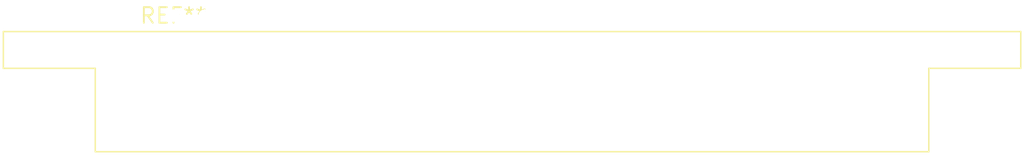
<source format=kicad_pcb>
(kicad_pcb (version 20240108) (generator pcbnew)
  (layers (0 "F.Cu" signal) (31 "B.Cu" signal) (34 "B.Paste" user) (35 "F.Paste" user) (36 "B.SilkS" user "B.Silkscreen") (37 "F.SilkS" user "F.Silkscreen") (38 "B.Mask" user) (39 "F.Mask" user) (44 "Edge.Cuts" user))
  (net 0 "")
  (footprint "Reverb_BTDR-1V" (layer "F.Cu") (at 0 0)
    (property "Reference" "REF**")
    (property "Value" "Reverb_BTDR-1V")
    (fp_line (start -13.88 1.3) (end 69.12 1.3) (layer "F.SilkS") (stroke (width 0.12)))
    (fp_line (start -13.88 4.3) (end -13.88 1.3) (layer "F.SilkS") (stroke (width 0.12)))
    (fp_line (start -6.38 4.3) (end -13.88 4.3) (layer "F.SilkS") (stroke (width 0.12)))
    (fp_line (start -6.38 11.1) (end -6.38 4.3) (layer "F.SilkS") (stroke (width 0.12)))
    (fp_line (start 61.62 4.3) (end 61.62 11.1) (layer "F.SilkS") (stroke (width 0.12)))
    (fp_line (start 61.62 11.1) (end -6.38 11.1) (layer "F.SilkS") (stroke (width 0.12)))
    (fp_line (start 69.12 1.3) (end 69.12 4.3) (layer "F.SilkS") (stroke (width 0.12)))
    (fp_line (start 69.12 4.3) (end 61.62 4.3) (layer "F.SilkS") (stroke (width 0.12)))
    (pad "1" thru_hole rect (at 0 0) (size 2 2) (drill 1) (layers *.Cu *.Mask) (remove_unused_layers))
    (pad "2" thru_hole circle (at 2.54 0) (size 2 2) (drill 1) (layers *.Cu *.Mask) (remove_unused_layers))
    (pad "3" thru_hole circle (at 5.08 0) (size 2 2) (drill 1) (layers *.Cu *.Mask) (remove_unused_layers))
    (pad "4" thru_hole circle (at 7.62 0) (size 2 2) (drill 1) (layers *.Cu *.Mask) (remove_unused_layers))
    (pad "5" thru_hole circle (at 50.62 0) (size 2 2) (drill 1) (layers *.Cu *.Mask) (remove_unused_layers))
    (pad "6" thru_hole circle (at 53.16 0) (size 2 2) (drill 1) (layers *.Cu *.Mask) (remove_unused_layers))
    (pad "7" thru_hole circle (at 55.7 0) (size 2 2) (drill 1) (layers *.Cu *.Mask) (remove_unused_layers))
  )
)
</source>
